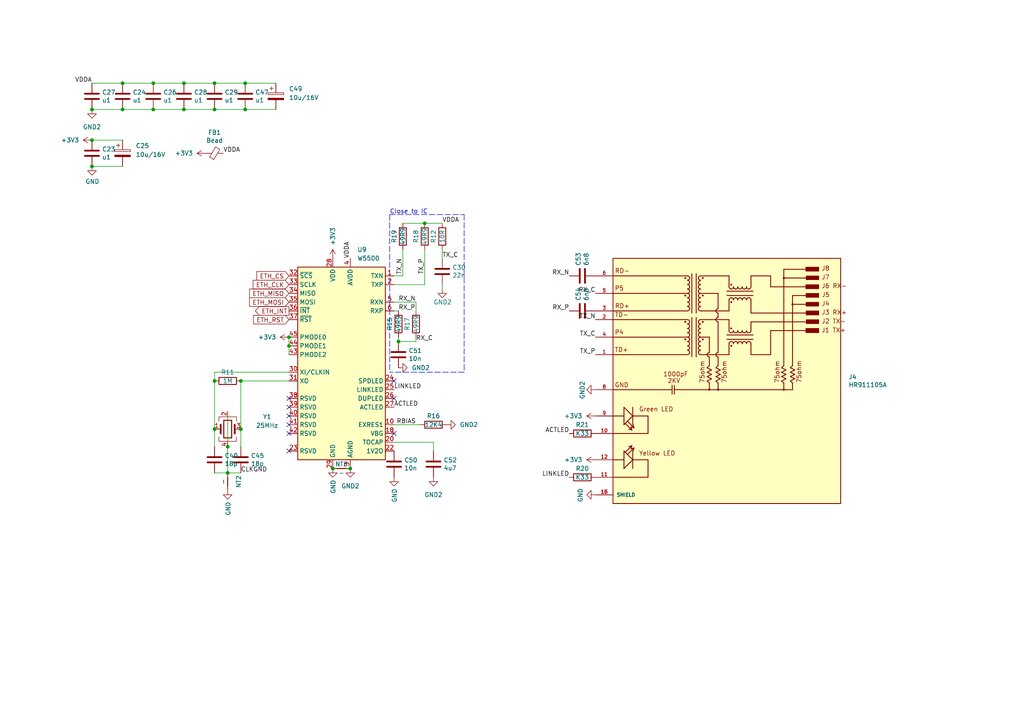
<source format=kicad_sch>
(kicad_sch (version 20211123) (generator eeschema)
  (paper "A4")
  (lib_symbols
    (symbol "Device:C" (pin_numbers hide) (pin_names (offset 0.254))
      (property "Reference" "C" (at 0.635 2.54 0))
      (property "Value" "C" (at 0.635 -2.54 0))
      (symbol "C_0_1"
        (polyline (pts (xy -2.032 -0.762) (xy 2.032 -0.762)) (stroke (width 0.508)))
        (polyline (pts (xy -2.032 0.762) (xy 2.032 0.762)) (stroke (width 0.508)))
      )
      (symbol "C_1_1"
        (pin passive line (at 0 3.81 270) (length 2.794) (name "~") (number "1"))
        (pin passive line (at 0 -3.81 90) (length 2.794) (name "~") (number "2"))
      )
    )
    (symbol "Device:C_Polarized" (pin_numbers hide) (pin_names (offset 0.254))
      (property "Reference" "C" (at 0.635 2.54 0))
      (property "Value" "C_Polarized" (at 0.635 -2.54 0))
      (symbol "C_Polarized_0_1"
        (rectangle (start -2.286 0.508) (end 2.286 1.016))
        (polyline (pts (xy -1.778 2.286) (xy -0.762 2.286)))
        (polyline (pts (xy -1.27 2.794) (xy -1.27 1.778)))
        (rectangle (start 2.286 -0.508) (end -2.286 -1.016) (fill (type outline)))
      )
      (symbol "C_Polarized_1_1"
        (pin passive line (at 0 3.81 270) (length 2.794) (name "~") (number "1"))
        (pin passive line (at 0 -3.81 90) (length 2.794) (name "~") (number "2"))
      )
    )
    (symbol "Device:Crystal_GND24" (pin_names (offset 1.016) hide)
      (property "Reference" "Y" (at 3.175 5.08 0))
      (property "Value" "Crystal_GND24" (at 3.175 3.175 0))
      (symbol "Crystal_GND24_0_1"
        (rectangle (start -1.143 2.54) (end 1.143 -2.54) (stroke (width 0.3048)))
        (polyline (pts (xy -2.54 0) (xy -2.032 0)))
        (polyline (pts (xy -2.032 -1.27) (xy -2.032 1.27)) (stroke (width 0.508)))
        (polyline (pts (xy 0 -3.81) (xy 0 -3.556)))
        (polyline (pts (xy 0 3.556) (xy 0 3.81)))
        (polyline (pts (xy 2.032 -1.27) (xy 2.032 1.27)) (stroke (width 0.508)))
        (polyline (pts (xy 2.032 0) (xy 2.54 0)))
        (polyline (pts (xy -2.54 -2.286) (xy -2.54 -3.556) (xy 2.54 -3.556) (xy 2.54 -2.286)))
        (polyline (pts (xy -2.54 2.286) (xy -2.54 3.556) (xy 2.54 3.556) (xy 2.54 2.286)))
      )
      (symbol "Crystal_GND24_1_1"
        (pin passive line (at -3.81 0 0) (length 1.27) (name "1") (number "1"))
        (pin passive line (at 0 5.08 270) (length 1.27) (name "2") (number "2"))
        (pin passive line (at 3.81 0 180) (length 1.27) (name "3") (number "3"))
        (pin passive line (at 0 -5.08 90) (length 1.27) (name "4") (number "4"))
      )
    )
    (symbol "Device:Ferrite_Bead_Small" (pin_numbers hide) (pin_names (offset 0))
      (property "Reference" "FB" (at 1.905 1.27 0))
      (property "Value" "Device_Ferrite_Bead_Small" (at 1.905 -1.27 0))
      (symbol "Ferrite_Bead_Small_0_1"
        (polyline (pts (xy 0 -1.27) (xy 0 -0.7874)))
        (polyline (pts (xy 0 0.889) (xy 0 1.2954)))
        (polyline (pts (xy -1.8288 0.2794) (xy -1.1176 1.4986) (xy 1.8288 -0.2032) (xy 1.1176 -1.4224) (xy -1.8288 0.2794)))
      )
      (symbol "Ferrite_Bead_Small_1_1"
        (pin passive line (at 0 2.54 270) (length 1.27) (name "~") (number "1"))
        (pin passive line (at 0 -2.54 90) (length 1.27) (name "~") (number "2"))
      )
    )
    (symbol "Device:NetTie_2" (pin_numbers hide) (pin_names (offset 0) hide)
      (property "Reference" "NT" (at 0 1.27 0))
      (property "Value" "NetTie_2" (at 0 -1.27 0))
      (symbol "NetTie_2_0_1"
        (polyline (pts (xy -1.27 0) (xy 1.27 0)) (stroke (width 0.254)))
      )
      (symbol "NetTie_2_1_1"
        (pin passive line (at -2.54 0 0) (length 2.54) (name "1") (number "1"))
        (pin passive line (at 2.54 0 180) (length 2.54) (name "2") (number "2"))
      )
    )
    (symbol "Device:R" (pin_numbers hide) (pin_names (offset 0))
      (property "Reference" "R" (at 2.032 0 90))
      (property "Value" "R" (at 0 0 90))
      (symbol "R_0_1"
        (rectangle (start -1.016 -2.54) (end 1.016 2.54) (stroke (width 0.254)))
      )
      (symbol "R_1_1"
        (pin passive line (at 0 3.81 270) (length 1.27) (name "~") (number "1"))
        (pin passive line (at 0 -3.81 90) (length 1.27) (name "~") (number "2"))
      )
    )
    (symbol "Interface_Ethernet:W5500"
      (property "Reference" "U" (at -11.43 29.21 0))
      (property "Value" "W5500" (at 8.89 29.21 0))
      (symbol "W5500_0_1"
        (rectangle (start -12.7 27.94) (end 12.7 -27.94) (stroke (width 0.254)) (fill (type background)))
      )
      (symbol "W5500_1_1"
        (pin output line (at 15.24 25.4 180) (length 2.54) (name "TXN") (number "1"))
        (pin passive line (at 15.24 -17.78 180) (length 2.54) (name "EXRES1") (number "10"))
        (pin passive line (at 2.54 30.48 270) (length 2.54) hide (name "AVDD") (number "11"))
        (pin no_connect line (at 12.7 7.62 180) (length 2.54) hide (name "NC") (number "12"))
        (pin no_connect line (at 12.7 5.08 180) (length 2.54) hide (name "NC") (number "13"))
        (pin passive line (at 2.54 -30.48 90) (length 2.54) hide (name "AGND") (number "14"))
        (pin passive line (at 2.54 30.48 270) (length 2.54) hide (name "AVDD") (number "15"))
        (pin passive line (at 2.54 -30.48 90) (length 2.54) hide (name "AGND") (number "16"))
        (pin passive line (at 2.54 30.48 270) (length 2.54) hide (name "AVDD") (number "17"))
        (pin passive line (at 15.24 -20.32 180) (length 2.54) (name "VBG") (number "18"))
        (pin passive line (at 2.54 -30.48 90) (length 2.54) hide (name "AGND") (number "19"))
        (pin output line (at 15.24 22.86 180) (length 2.54) (name "TXP") (number "2"))
        (pin passive line (at 15.24 -22.86 180) (length 2.54) (name "TOCAP") (number "20"))
        (pin passive line (at 2.54 30.48 270) (length 2.54) hide (name "AVDD") (number "21"))
        (pin output line (at 15.24 -25.4 180) (length 2.54) (name "1V2O") (number "22"))
        (pin input line (at -15.24 -25.4 0) (length 2.54) (name "RSVD") (number "23"))
        (pin output line (at 15.24 -5.08 180) (length 2.54) (name "SPDLED") (number "24"))
        (pin output line (at 15.24 -7.62 180) (length 2.54) (name "LINKLED") (number "25"))
        (pin output line (at 15.24 -10.16 180) (length 2.54) (name "DUPLED") (number "26"))
        (pin output line (at 15.24 -12.7 180) (length 2.54) (name "ACTLED") (number "27"))
        (pin power_in line (at -2.54 30.48 270) (length 2.54) (name "VDD") (number "28"))
        (pin power_in line (at -2.54 -30.48 90) (length 2.54) (name "GND") (number "29"))
        (pin power_in line (at 2.54 -30.48 90) (length 2.54) (name "AGND") (number "3"))
        (pin input line (at -15.24 -2.54 0) (length 2.54) (name "XI/CLKIN") (number "30"))
        (pin output line (at -15.24 -5.08 0) (length 2.54) (name "XO") (number "31"))
        (pin input line (at -15.24 25.4 0) (length 2.54) (name "~{SCS}") (number "32"))
        (pin input line (at -15.24 22.86 0) (length 2.54) (name "SCLK") (number "33"))
        (pin output line (at -15.24 20.32 0) (length 2.54) (name "MISO") (number "34"))
        (pin input line (at -15.24 17.78 0) (length 2.54) (name "MOSI") (number "35"))
        (pin input line (at -15.24 15.24 0) (length 2.54) (name "~{INT}") (number "36"))
        (pin input line (at -15.24 12.7 0) (length 2.54) (name "~{RST}") (number "37"))
        (pin input line (at -15.24 -10.16 0) (length 2.54) (name "RSVD") (number "38"))
        (pin input line (at -15.24 -12.7 0) (length 2.54) (name "RSVD") (number "39"))
        (pin power_in line (at 2.54 30.48 270) (length 2.54) (name "AVDD") (number "4"))
        (pin input line (at -15.24 -15.24 0) (length 2.54) (name "RSVD") (number "40"))
        (pin input line (at -15.24 -17.78 0) (length 2.54) (name "RSVD") (number "41"))
        (pin input line (at -15.24 -20.32 0) (length 2.54) (name "RSVD") (number "42"))
        (pin input line (at -15.24 2.54 0) (length 2.54) (name "PMODE2") (number "43"))
        (pin input line (at -15.24 5.08 0) (length 2.54) (name "PMODE1") (number "44"))
        (pin input line (at -15.24 7.62 0) (length 2.54) (name "PMODE0") (number "45"))
        (pin no_connect line (at 12.7 2.54 180) (length 2.54) hide (name "NC") (number "46"))
        (pin no_connect line (at 12.7 0 180) (length 2.54) hide (name "NC") (number "47"))
        (pin passive line (at 2.54 -30.48 90) (length 2.54) hide (name "AGND") (number "48"))
        (pin input line (at 15.24 17.78 180) (length 2.54) (name "RXN") (number "5"))
        (pin input line (at 15.24 15.24 180) (length 2.54) (name "RXP") (number "6"))
        (pin no_connect line (at 12.7 10.16 180) (length 2.54) hide (name "DNC") (number "7"))
        (pin passive line (at 2.54 30.48 270) (length 2.54) hide (name "AVDD") (number "8"))
        (pin passive line (at 2.54 -30.48 90) (length 2.54) hide (name "AGND") (number "9"))
      )
    )
    (symbol "liebler_CONN:HR911105A" (pin_names (offset 1.016))
      (property "Reference" "J" (at -33.1724 36.2458 0))
      (property "Value" "HR911105A" (at -33.1216 -38.227 0))
      (symbol "HR911105A_0_0"
        (rectangle (start -33.02 -35.56) (end 33.02 35.56) (stroke (width 0.254)) (fill (type background)))
        (circle (center -12.065 12.065) (radius 0.1524) (stroke (width 0.254)))
        (circle (center -12.065 17.145) (radius 0.1524) (stroke (width 0.254)))
        (circle (center -12.065 24.765) (radius 0.1524) (stroke (width 0.254)))
        (circle (center -12.065 29.845) (radius 0.1524) (stroke (width 0.254)))
        (arc (start -11.43 7.62) (mid -10.981 7.806) (end -10.795 8.255) (stroke (width 0.254)))
        (arc (start -11.43 8.89) (mid -11.0269 9.1219) (end -10.795 9.525) (stroke (width 0.254)))
        (arc (start -11.43 10.16) (mid -10.981 10.346) (end -10.795 10.795) (stroke (width 0.254)))
        (arc (start -11.43 11.43) (mid -10.981 11.616) (end -10.795 12.065) (stroke (width 0.254)))
        (arc (start -11.43 12.7) (mid -10.981 12.886) (end -10.795 13.335) (stroke (width 0.254)))
        (arc (start -11.43 13.97) (mid -10.981 14.156) (end -10.795 14.605) (stroke (width 0.254)))
        (arc (start -11.43 15.24) (mid -10.981 15.426) (end -10.795 15.875) (stroke (width 0.254)))
        (arc (start -11.43 16.51) (mid -10.981 16.696) (end -10.795 17.145) (stroke (width 0.254)))
        (arc (start -11.43 20.32) (mid -10.981 20.506) (end -10.795 20.955) (stroke (width 0.254)))
        (arc (start -11.43 21.59) (mid -11.0269 21.8219) (end -10.795 22.225) (stroke (width 0.254)))
        (arc (start -11.43 22.86) (mid -10.981 23.046) (end -10.795 23.495) (stroke (width 0.254)))
        (arc (start -11.43 24.13) (mid -10.981 24.316) (end -10.795 24.765) (stroke (width 0.254)))
        (arc (start -11.43 25.4) (mid -10.981 25.586) (end -10.795 26.035) (stroke (width 0.254)))
        (arc (start -11.43 26.67) (mid -10.981 26.856) (end -10.795 27.305) (stroke (width 0.254)))
        (arc (start -11.43 27.94) (mid -10.981 28.126) (end -10.795 28.575) (stroke (width 0.254)))
        (arc (start -11.43 29.21) (mid -10.981 29.396) (end -10.795 29.845) (stroke (width 0.254)))
        (arc (start -10.795 8.255) (mid -10.981 8.704) (end -11.43 8.89) (stroke (width 0.254)))
        (arc (start -10.795 9.525) (mid -10.981 9.974) (end -11.43 10.16) (stroke (width 0.254)))
        (arc (start -10.795 10.795) (mid -10.981 11.244) (end -11.43 11.43) (stroke (width 0.254)))
        (arc (start -10.795 12.065) (mid -10.981 12.514) (end -11.43 12.7) (stroke (width 0.254)))
        (arc (start -10.795 13.335) (mid -10.981 13.784) (end -11.43 13.97) (stroke (width 0.254)))
        (arc (start -10.795 14.605) (mid -10.981 15.054) (end -11.43 15.24) (stroke (width 0.254)))
        (arc (start -10.795 15.875) (mid -10.981 16.324) (end -11.43 16.51) (stroke (width 0.254)))
        (arc (start -10.795 17.145) (mid -10.981 17.594) (end -11.43 17.78) (stroke (width 0.254)))
        (arc (start -10.795 20.955) (mid -10.981 21.404) (end -11.43 21.59) (stroke (width 0.254)))
        (arc (start -10.795 22.225) (mid -10.981 22.674) (end -11.43 22.86) (stroke (width 0.254)))
        (arc (start -10.795 23.495) (mid -10.981 23.944) (end -11.43 24.13) (stroke (width 0.254)))
        (arc (start -10.795 24.765) (mid -10.981 25.214) (end -11.43 25.4) (stroke (width 0.254)))
        (arc (start -10.795 26.035) (mid -10.981 26.484) (end -11.43 26.67) (stroke (width 0.254)))
        (arc (start -10.795 27.305) (mid -10.981 27.754) (end -11.43 27.94) (stroke (width 0.254)))
        (arc (start -10.795 28.575) (mid -10.981 29.024) (end -11.43 29.21) (stroke (width 0.254)))
        (arc (start -10.795 29.845) (mid -10.981 30.294) (end -11.43 30.48) (stroke (width 0.254)))
        (arc (start -8.255 8.255) (mid -8.069 7.806) (end -7.62 7.62) (stroke (width 0.254)))
        (arc (start -8.255 9.525) (mid -8.069 9.076) (end -7.62 8.89) (stroke (width 0.254)))
        (arc (start -8.255 10.795) (mid -8.069 10.346) (end -7.62 10.16) (stroke (width 0.254)))
        (arc (start -8.255 12.065) (mid -8.069 11.616) (end -7.62 11.43) (stroke (width 0.254)))
        (arc (start -8.255 13.335) (mid -8.069 12.886) (end -7.62 12.7) (stroke (width 0.254)))
        (arc (start -8.255 14.605) (mid -8.069 14.156) (end -7.62 13.97) (stroke (width 0.254)))
        (arc (start -8.255 15.875) (mid -8.069 15.426) (end -7.62 15.24) (stroke (width 0.254)))
        (arc (start -8.255 17.145) (mid -8.069 16.696) (end -7.62 16.51) (stroke (width 0.254)))
        (arc (start -8.255 20.955) (mid -8.069 20.506) (end -7.62 20.32) (stroke (width 0.254)))
        (arc (start -8.255 22.225) (mid -8.069 21.776) (end -7.62 21.59) (stroke (width 0.254)))
        (arc (start -8.255 23.495) (mid -8.069 23.046) (end -7.62 22.86) (stroke (width 0.254)))
        (arc (start -8.255 24.765) (mid -8.069 24.316) (end -7.62 24.13) (stroke (width 0.254)))
        (arc (start -8.255 26.035) (mid -8.069 25.586) (end -7.62 25.4) (stroke (width 0.254)))
        (arc (start -8.255 27.305) (mid -8.069 26.856) (end -7.62 26.67) (stroke (width 0.254)))
        (arc (start -8.255 28.575) (mid -8.069 28.126) (end -7.62 27.94) (stroke (width 0.254)))
        (arc (start -8.255 29.845) (mid -8.069 29.396) (end -7.62 29.21) (stroke (width 0.254)))
        (arc (start -7.62 8.89) (mid -8.069 8.704) (end -8.255 8.255) (stroke (width 0.254)))
        (arc (start -7.62 10.16) (mid -8.069 9.974) (end -8.255 9.525) (stroke (width 0.254)))
        (arc (start -7.62 11.43) (mid -8.069 11.244) (end -8.255 10.795) (stroke (width 0.254)))
        (arc (start -7.62 12.7) (mid -8.069 12.514) (end -8.255 12.065) (stroke (width 0.254)))
        (arc (start -7.62 13.97) (mid -8.069 13.784) (end -8.255 13.335) (stroke (width 0.254)))
        (arc (start -7.62 15.24) (mid -8.069 15.054) (end -8.255 14.605) (stroke (width 0.254)))
        (arc (start -7.62 16.51) (mid -8.0231 16.2781) (end -8.255 15.875) (stroke (width 0.254)))
        (arc (start -7.62 17.78) (mid -8.069 17.594) (end -8.255 17.145) (stroke (width 0.254)))
        (arc (start -7.62 21.59) (mid -8.069 21.404) (end -8.255 20.955) (stroke (width 0.254)))
        (arc (start -7.62 22.86) (mid -8.069 22.674) (end -8.255 22.225) (stroke (width 0.254)))
        (arc (start -7.62 24.13) (mid -8.069 23.944) (end -8.255 23.495) (stroke (width 0.254)))
        (arc (start -7.62 25.4) (mid -8.069 25.214) (end -8.255 24.765) (stroke (width 0.254)))
        (arc (start -7.62 26.67) (mid -8.069 26.484) (end -8.255 26.035) (stroke (width 0.254)))
        (arc (start -7.62 27.94) (mid -8.069 27.754) (end -8.255 27.305) (stroke (width 0.254)))
        (arc (start -7.62 29.21) (mid -8.0231 28.9781) (end -8.255 28.575) (stroke (width 0.254)))
        (arc (start -7.62 30.48) (mid -8.069 30.294) (end -8.255 29.845) (stroke (width 0.254)))
        (circle (center -6.985 12.065) (radius 0.1524) (stroke (width 0.254)))
        (circle (center -6.985 17.145) (radius 0.1524) (stroke (width 0.254)))
        (circle (center -6.985 24.765) (radius 0.1524) (stroke (width 0.254)))
        (circle (center -6.985 29.845) (radius 0.1524) (stroke (width 0.254)))
        (arc (start -5.715 7.62) (mid -5.529 7.171) (end -5.08 6.985) (stroke (width 0.254)))
        (circle (center -5.08 -2.54) (radius 0.1778) (stroke (width 0.254)))
        (arc (start -5.08 8.255) (mid -5.529 8.069) (end -5.715 7.62) (stroke (width 0.254)))
        (arc (start -3.175 7.62) (mid -2.989 7.171) (end -2.54 6.985) (stroke (width 0.254)))
        (arc (start -3.175 17.78) (mid -2.989 17.331) (end -2.54 17.145) (stroke (width 0.254)))
        (arc (start -3.175 20.32) (mid -2.989 19.871) (end -2.54 19.685) (stroke (width 0.254)))
        (circle (center -2.54 -2.54) (radius 0.1778) (stroke (width 0.254)))
        (arc (start -2.54 8.255) (mid -2.989 8.069) (end -3.175 7.62) (stroke (width 0.254)))
        (arc (start -2.54 18.415) (mid -2.989 18.229) (end -3.175 17.78) (stroke (width 0.254)))
        (arc (start -2.54 20.955) (mid -2.989 20.769) (end -3.175 20.32) (stroke (width 0.254)))
        (polyline (pts (xy -33.02 -27.94) (xy -22.86 -27.94)) (stroke (width 0.254)))
        (polyline (pts (xy -33.02 -15.24) (xy -22.86 -15.24)) (stroke (width 0.254)))
        (polyline (pts (xy -33.02 12.7) (xy -11.43 12.7)) (stroke (width 0.254)))
        (polyline (pts (xy -33.02 20.32) (xy -11.43 20.32)) (stroke (width 0.254)))
        (polyline (pts (xy -29.845 -25.4) (xy -27.305 -22.86)) (stroke (width 0.254)))
        (polyline (pts (xy -29.845 -22.86) (xy -33.02 -22.86)) (stroke (width 0.254)))
        (polyline (pts (xy -29.845 -22.86) (xy -29.845 -25.4)) (stroke (width 0.254)))
        (polyline (pts (xy -29.845 -20.32) (xy -29.845 -22.86)) (stroke (width 0.254)))
        (polyline (pts (xy -29.845 -12.7) (xy -29.845 -10.16)) (stroke (width 0.254)))
        (polyline (pts (xy -29.845 -10.16) (xy -33.02 -10.16)) (stroke (width 0.254)))
        (polyline (pts (xy -29.845 -10.16) (xy -29.845 -7.62)) (stroke (width 0.254)))
        (polyline (pts (xy -29.845 -7.62) (xy -27.305 -10.16)) (stroke (width 0.254)))
        (polyline (pts (xy -29.464 -20.701) (xy -29.845 -20.32)) (stroke (width 0.254)))
        (polyline (pts (xy -29.464 -20.701) (xy -27.559 -18.796)) (stroke (width 0.254)))
        (polyline (pts (xy -29.464 -12.319) (xy -29.845 -12.7)) (stroke (width 0.254)))
        (polyline (pts (xy -29.464 -12.319) (xy -27.559 -14.224)) (stroke (width 0.254)))
        (polyline (pts (xy -28.829 -21.336) (xy -29.464 -20.701)) (stroke (width 0.254)))
        (polyline (pts (xy -28.829 -21.336) (xy -26.924 -19.431)) (stroke (width 0.254)))
        (polyline (pts (xy -28.829 -11.684) (xy -29.464 -12.319)) (stroke (width 0.254)))
        (polyline (pts (xy -28.829 -11.684) (xy -26.924 -13.589)) (stroke (width 0.254)))
        (polyline (pts (xy -27.559 -18.796) (xy -28.448 -19.05)) (stroke (width 0.254)))
        (polyline (pts (xy -27.559 -18.796) (xy -27.813 -19.685)) (stroke (width 0.254)))
        (polyline (pts (xy -27.559 -14.224) (xy -28.448 -13.97)) (stroke (width 0.254)))
        (polyline (pts (xy -27.559 -14.224) (xy -27.813 -13.335)) (stroke (width 0.254)))
        (polyline (pts (xy -27.305 -22.86) (xy -28.829 -21.336)) (stroke (width 0.254)))
        (polyline (pts (xy -27.305 -22.86) (xy -27.305 -25.4)) (stroke (width 0.254)))
        (polyline (pts (xy -27.305 -22.86) (xy -22.86 -22.86)) (stroke (width 0.254)))
        (polyline (pts (xy -27.305 -20.32) (xy -27.305 -22.86)) (stroke (width 0.254)))
        (polyline (pts (xy -27.305 -12.7) (xy -27.305 -10.16)) (stroke (width 0.254)))
        (polyline (pts (xy -27.305 -10.16) (xy -28.829 -11.684)) (stroke (width 0.254)))
        (polyline (pts (xy -27.305 -10.16) (xy -27.305 -7.62)) (stroke (width 0.254)))
        (polyline (pts (xy -27.305 -10.16) (xy -22.86 -10.16)) (stroke (width 0.254)))
        (polyline (pts (xy -26.924 -19.431) (xy -27.813 -19.685)) (stroke (width 0.254)))
        (polyline (pts (xy -26.924 -19.431) (xy -27.178 -20.32)) (stroke (width 0.254)))
        (polyline (pts (xy -26.924 -13.589) (xy -27.813 -13.335)) (stroke (width 0.254)))
        (polyline (pts (xy -26.924 -13.589) (xy -27.178 -12.7)) (stroke (width 0.254)))
        (polyline (pts (xy -22.86 -27.94) (xy -22.86 -22.86)) (stroke (width 0.254)))
        (polyline (pts (xy -22.86 -15.24) (xy -22.86 -10.16)) (stroke (width 0.254)))
        (polyline (pts (xy -15.875 -2.54) (xy -33.02 -2.54)) (stroke (width 0.254)))
        (polyline (pts (xy -15.875 -2.54) (xy -15.875 -3.81)) (stroke (width 0.254)))
        (polyline (pts (xy -15.875 -1.27) (xy -15.875 -2.54)) (stroke (width 0.254)))
        (polyline (pts (xy -15.24 -2.54) (xy -15.24 -3.81)) (stroke (width 0.254)))
        (polyline (pts (xy -15.24 -2.54) (xy -15.24 -1.27)) (stroke (width 0.254)))
        (polyline (pts (xy -11.43 7.62) (xy -33.02 7.62)) (stroke (width 0.254)))
        (polyline (pts (xy -11.43 17.78) (xy -33.02 17.78)) (stroke (width 0.254)))
        (polyline (pts (xy -11.43 25.4) (xy -33.02 25.4)) (stroke (width 0.254)))
        (polyline (pts (xy -11.43 30.48) (xy -33.02 30.48)) (stroke (width 0.254)))
        (polyline (pts (xy -10.16 18.415) (xy -10.16 6.985)) (stroke (width 0.254)))
        (polyline (pts (xy -10.16 31.115) (xy -10.16 19.685)) (stroke (width 0.254)))
        (polyline (pts (xy -8.89 18.415) (xy -8.89 6.985)) (stroke (width 0.254)))
        (polyline (pts (xy -8.89 31.115) (xy -8.89 19.685)) (stroke (width 0.254)))
        (polyline (pts (xy -7.62 7.62) (xy -5.715 7.62)) (stroke (width 0.254)))
        (polyline (pts (xy -7.62 20.32) (xy -3.175 20.32)) (stroke (width 0.254)))
        (polyline (pts (xy -7.62 25.4) (xy -2.54 25.4)) (stroke (width 0.254)))
        (polyline (pts (xy -5.715 0) (xy -5.08 -0.635)) (stroke (width 0.254)))
        (polyline (pts (xy -5.715 1.27) (xy -4.445 0.635)) (stroke (width 0.254)))
        (polyline (pts (xy -5.715 2.54) (xy -4.445 1.905)) (stroke (width 0.254)))
        (polyline (pts (xy -5.715 3.81) (xy -4.445 3.175)) (stroke (width 0.254)))
        (polyline (pts (xy -5.715 7.62) (xy -3.175 7.62)) (stroke (width 0.254)))
        (polyline (pts (xy -5.08 -2.54) (xy -15.24 -2.54)) (stroke (width 0.254)))
        (polyline (pts (xy -5.08 -0.635) (xy -5.08 -2.54)) (stroke (width 0.254)))
        (polyline (pts (xy -5.08 4.445) (xy -5.715 3.81)) (stroke (width 0.254)))
        (polyline (pts (xy -5.08 6.985) (xy -5.08 4.445)) (stroke (width 0.254)))
        (polyline (pts (xy -5.08 8.255) (xy -5.08 12.7)) (stroke (width 0.254)))
        (polyline (pts (xy -5.08 12.7) (xy -7.62 12.7)) (stroke (width 0.254)))
        (polyline (pts (xy -4.445 0.635) (xy -5.715 0)) (stroke (width 0.254)))
        (polyline (pts (xy -4.445 1.905) (xy -5.715 1.27)) (stroke (width 0.254)))
        (polyline (pts (xy -4.445 3.175) (xy -5.715 2.54)) (stroke (width 0.254)))
        (polyline (pts (xy -3.175 0) (xy -2.54 -0.635)) (stroke (width 0.254)))
        (polyline (pts (xy -3.175 1.27) (xy -1.905 0.635)) (stroke (width 0.254)))
        (polyline (pts (xy -3.175 2.54) (xy -1.905 1.905)) (stroke (width 0.254)))
        (polyline (pts (xy -3.175 3.81) (xy -1.905 3.175)) (stroke (width 0.254)))
        (polyline (pts (xy -3.175 7.62) (xy 0.635 7.62)) (stroke (width 0.254)))
        (polyline (pts (xy -3.175 17.78) (xy -7.62 17.78)) (stroke (width 0.254)))
        (polyline (pts (xy -3.175 20.32) (xy 0.635 20.32)) (stroke (width 0.254)))
        (polyline (pts (xy -2.54 -0.635) (xy -2.54 -2.54)) (stroke (width 0.254)))
        (polyline (pts (xy -2.54 4.445) (xy -3.175 3.81)) (stroke (width 0.254)))
        (polyline (pts (xy -2.54 6.985) (xy -2.54 4.445)) (stroke (width 0.254)))
        (polyline (pts (xy -2.54 17.145) (xy -2.54 8.255)) (stroke (width 0.254)))
        (polyline (pts (xy -2.54 19.685) (xy -2.54 18.415)) (stroke (width 0.254)))
        (polyline (pts (xy -2.54 25.4) (xy -2.54 20.955)) (stroke (width 0.254)))
        (polyline (pts (xy -1.905 0.635) (xy -3.175 0)) (stroke (width 0.254)))
        (polyline (pts (xy -1.905 1.905) (xy -3.175 1.27)) (stroke (width 0.254)))
        (polyline (pts (xy -1.905 3.175) (xy -3.175 2.54)) (stroke (width 0.254)))
        (polyline (pts (xy 0 12.065) (xy 7.62 12.065)) (stroke (width 0.254)))
        (polyline (pts (xy 0 13.335) (xy 7.62 13.335)) (stroke (width 0.254)))
        (polyline (pts (xy 0 24.765) (xy 7.62 24.765)) (stroke (width 0.254)))
        (polyline (pts (xy 0 26.035) (xy 7.62 26.035)) (stroke (width 0.254)))
        (polyline (pts (xy 0.635 7.62) (xy 0.635 10.795)) (stroke (width 0.254)))
        (polyline (pts (xy 0.635 14.605) (xy 0.635 17.78)) (stroke (width 0.254)))
        (polyline (pts (xy 0.635 17.78) (xy -3.175 17.78)) (stroke (width 0.254)))
        (polyline (pts (xy 0.635 20.32) (xy 0.635 23.495)) (stroke (width 0.254)))
        (polyline (pts (xy 0.635 27.305) (xy 0.635 30.48)) (stroke (width 0.254)))
        (polyline (pts (xy 0.635 30.48) (xy -7.62 30.48)) (stroke (width 0.254)))
        (polyline (pts (xy 6.985 10.795) (xy 6.985 7.62)) (stroke (width 0.254)))
        (polyline (pts (xy 6.985 17.145) (xy 6.985 14.605)) (stroke (width 0.254)))
        (polyline (pts (xy 6.985 23.495) (xy 6.985 19.685)) (stroke (width 0.254)))
        (polyline (pts (xy 6.985 30.48) (xy 6.985 27.305)) (stroke (width 0.254)))
        (polyline (pts (xy 12.7 7.62) (xy 6.985 7.62)) (stroke (width 0.254)))
        (polyline (pts (xy 12.7 14.605) (xy 12.7 7.62)) (stroke (width 0.254)))
        (polyline (pts (xy 12.7 27.305) (xy 12.7 30.48)) (stroke (width 0.254)))
        (polyline (pts (xy 12.7 30.48) (xy 6.985 30.48)) (stroke (width 0.254)))
        (polyline (pts (xy 15.875 0) (xy 16.51 -0.635)) (stroke (width 0.254)))
        (polyline (pts (xy 15.875 1.27) (xy 17.145 0.635)) (stroke (width 0.254)))
        (polyline (pts (xy 15.875 2.54) (xy 17.145 1.905)) (stroke (width 0.254)))
        (polyline (pts (xy 15.875 3.81) (xy 17.145 3.175)) (stroke (width 0.254)))
        (polyline (pts (xy 16.51 -0.635) (xy 16.51 -2.54)) (stroke (width 0.254)))
        (polyline (pts (xy 16.51 4.445) (xy 15.875 3.81)) (stroke (width 0.254)))
        (polyline (pts (xy 16.51 29.845) (xy 16.51 4.445)) (stroke (width 0.254)))
        (polyline (pts (xy 16.51 29.845) (xy 23.495 29.845)) (stroke (width 0.254)))
        (polyline (pts (xy 16.51 32.385) (xy 16.51 29.845)) (stroke (width 0.254)))
        (polyline (pts (xy 17.145 0.635) (xy 15.875 0)) (stroke (width 0.254)))
        (polyline (pts (xy 17.145 1.905) (xy 15.875 1.27)) (stroke (width 0.254)))
        (polyline (pts (xy 17.145 3.175) (xy 15.875 2.54)) (stroke (width 0.254)))
        (polyline (pts (xy 18.415 0) (xy 19.05 -0.635)) (stroke (width 0.254)))
        (polyline (pts (xy 18.415 1.27) (xy 19.685 0.635)) (stroke (width 0.254)))
        (polyline (pts (xy 18.415 2.54) (xy 19.685 1.905)) (stroke (width 0.254)))
        (polyline (pts (xy 18.415 3.81) (xy 19.685 3.175)) (stroke (width 0.254)))
        (polyline (pts (xy 19.05 -2.54) (xy -5.08 -2.54)) (stroke (width 0.254)))
        (polyline (pts (xy 19.05 -0.635) (xy 19.05 -2.54)) (stroke (width 0.254)))
        (polyline (pts (xy 19.05 4.445) (xy 18.415 3.81)) (stroke (width 0.254)))
        (polyline (pts (xy 19.05 22.225) (xy 19.05 4.445)) (stroke (width 0.254)))
        (polyline (pts (xy 19.05 22.225) (xy 23.495 22.225)) (stroke (width 0.254)))
        (polyline (pts (xy 19.05 24.765) (xy 19.05 22.225)) (stroke (width 0.254)))
        (polyline (pts (xy 19.685 0.635) (xy 18.415 0)) (stroke (width 0.254)))
        (polyline (pts (xy 19.685 1.905) (xy 18.415 1.27)) (stroke (width 0.254)))
        (polyline (pts (xy 19.685 3.175) (xy 18.415 2.54)) (stroke (width 0.254)))
        (polyline (pts (xy 23.495 14.605) (xy 12.7 14.605)) (stroke (width 0.254)))
        (polyline (pts (xy 23.495 17.145) (xy 6.985 17.145)) (stroke (width 0.254)))
        (polyline (pts (xy 23.495 19.685) (xy 6.985 19.685)) (stroke (width 0.254)))
        (polyline (pts (xy 23.495 24.765) (xy 19.05 24.765)) (stroke (width 0.254)))
        (polyline (pts (xy 23.495 27.305) (xy 12.7 27.305)) (stroke (width 0.254)))
        (polyline (pts (xy 23.495 32.385) (xy 16.51 32.385)) (stroke (width 0.254)))
        (arc (start 0.635 14.605) (mid 0.821 14.156) (end 1.27 13.97) (stroke (width 0.254)))
        (arc (start 0.635 27.305) (mid 0.821 26.856) (end 1.27 26.67) (stroke (width 0.254)))
        (circle (center 1.27 10.16) (radius 0.1524) (stroke (width 0.254)))
        (arc (start 1.27 11.43) (mid 0.821 11.244) (end 0.635 10.795) (stroke (width 0.254)))
        (arc (start 1.27 13.97) (mid 1.719 14.156) (end 1.905 14.605) (stroke (width 0.254)))
        (circle (center 1.27 15.24) (radius 0.1524) (stroke (width 0.254)))
        (circle (center 1.27 22.86) (radius 0.1524) (stroke (width 0.254)))
        (arc (start 1.27 24.13) (mid 0.821 23.944) (end 0.635 23.495) (stroke (width 0.254)))
        (arc (start 1.27 26.67) (mid 1.719 26.856) (end 1.905 27.305) (stroke (width 0.254)))
        (circle (center 1.27 27.94) (radius 0.1524) (stroke (width 0.254)))
        (arc (start 1.905 10.795) (mid 1.719 11.244) (end 1.27 11.43) (stroke (width 0.254)))
        (arc (start 1.905 14.605) (mid 2.091 14.156) (end 2.54 13.97) (stroke (width 0.254)))
        (arc (start 1.905 23.495) (mid 1.719 23.944) (end 1.27 24.13) (stroke (width 0.254)))
        (arc (start 1.905 27.305) (mid 2.091 26.856) (end 2.54 26.67) (stroke (width 0.254)))
        (arc (start 2.54 11.43) (mid 2.091 11.244) (end 1.905 10.795) (stroke (width 0.254)))
        (arc (start 2.54 13.97) (mid 2.989 14.156) (end 3.175 14.605) (stroke (width 0.254)))
        (arc (start 2.54 24.13) (mid 2.091 23.944) (end 1.905 23.495) (stroke (width 0.254)))
        (arc (start 2.54 26.67) (mid 2.989 26.856) (end 3.175 27.305) (stroke (width 0.254)))
        (arc (start 3.175 10.795) (mid 2.989 11.244) (end 2.54 11.43) (stroke (width 0.254)))
        (arc (start 3.175 14.605) (mid 3.361 14.156) (end 3.81 13.97) (stroke (width 0.254)))
        (arc (start 3.175 23.495) (mid 2.989 23.944) (end 2.54 24.13) (stroke (width 0.254)))
        (arc (start 3.175 27.305) (mid 3.361 26.856) (end 3.81 26.67) (stroke (width 0.254)))
        (arc (start 3.81 11.43) (mid 3.361 11.244) (end 3.175 10.795) (stroke (width 0.254)))
        (arc (start 3.81 13.97) (mid 4.259 14.156) (end 4.445 14.605) (stroke (width 0.254)))
        (arc (start 3.81 24.13) (mid 3.361 23.944) (end 3.175 23.495) (stroke (width 0.254)))
        (arc (start 3.81 26.67) (mid 4.259 26.856) (end 4.445 27.305) (stroke (width 0.254)))
        (arc (start 4.445 10.795) (mid 4.259 11.244) (end 3.81 11.43) (stroke (width 0.254)))
        (arc (start 4.445 14.605) (mid 4.631 14.156) (end 5.08 13.97) (stroke (width 0.254)))
        (arc (start 4.445 23.495) (mid 4.259 23.944) (end 3.81 24.13) (stroke (width 0.254)))
        (arc (start 4.445 27.305) (mid 4.631 26.856) (end 5.08 26.67) (stroke (width 0.254)))
        (arc (start 5.08 11.43) (mid 4.631 11.244) (end 4.445 10.795) (stroke (width 0.254)))
        (arc (start 5.08 13.97) (mid 5.529 14.156) (end 5.715 14.605) (stroke (width 0.254)))
        (arc (start 5.08 24.13) (mid 4.631 23.944) (end 4.445 23.495) (stroke (width 0.254)))
        (arc (start 5.08 26.67) (mid 5.529 26.856) (end 5.715 27.305) (stroke (width 0.254)))
        (arc (start 5.715 10.795) (mid 5.529 11.244) (end 5.08 11.43) (stroke (width 0.254)))
        (arc (start 5.715 14.605) (mid 5.901 14.156) (end 6.35 13.97) (stroke (width 0.254)))
        (arc (start 5.715 23.495) (mid 5.529 23.944) (end 5.08 24.13) (stroke (width 0.254)))
        (arc (start 5.715 27.305) (mid 5.901 26.856) (end 6.35 26.67) (stroke (width 0.254)))
        (arc (start 6.35 11.43) (mid 5.901 11.244) (end 5.715 10.795) (stroke (width 0.254)))
        (arc (start 6.35 13.97) (mid 6.799 14.156) (end 6.985 14.605) (stroke (width 0.254)))
        (arc (start 6.35 24.13) (mid 5.901 23.944) (end 5.715 23.495) (stroke (width 0.254)))
        (arc (start 6.35 26.67) (mid 6.799 26.856) (end 6.985 27.305) (stroke (width 0.254)))
        (arc (start 6.985 10.795) (mid 6.799 11.244) (end 6.35 11.43) (stroke (width 0.254)))
        (arc (start 6.985 23.495) (mid 6.799 23.944) (end 6.35 24.13) (stroke (width 0.254)))
        (circle (center 16.51 -2.54) (radius 0.1778) (stroke (width 0.254)))
        (circle (center 16.51 29.845) (radius 0.1778) (stroke (width 0.254)))
        (circle (center 19.05 22.225) (radius 0.1778) (stroke (width 0.254)))
        (rectangle (start 22.8854 26.7208) (end 26.67 27.94) (fill (type outline)))
        (rectangle (start 22.9108 13.9954) (end 26.67 15.24) (fill (type outline)))
        (rectangle (start 22.9108 31.8262) (end 26.67 33.02) (fill (type outline)))
        (rectangle (start 22.9616 19.1262) (end 26.67 20.32) (fill (type outline)))
        (rectangle (start 22.9616 21.6916) (end 26.6446 22.8346) (fill (type outline)))
        (rectangle (start 22.9616 24.2316) (end 26.67 25.4) (fill (type outline)))
        (rectangle (start 22.987 29.3624) (end 26.67 30.4546) (fill (type outline)))
        (rectangle (start 23.0124 16.6116) (end 26.67 17.78) (fill (type outline)))
        (text "1000pF" (at -18.4912 1.2446 0) (effects (font (size 1.27 1.27)) (justify left bottom)))
        (text "2KV" (at -17.2212 -0.6604 0) (effects (font (size 1.27 1.27)) (justify left bottom)))
        (text "75ohm" (at -6.4008 -0.6604 900) (effects (font (size 1.27 1.27)) (justify left bottom)))
        (text "75ohm" (at 0 -0.6604 900) (effects (font (size 1.27 1.27)) (justify left bottom)))
        (text "75ohm" (at 15.3416 -0.6604 900) (effects (font (size 1.27 1.27)) (justify left bottom)))
        (text "75ohm" (at 21.6916 -0.6604 900) (effects (font (size 1.27 1.27)) (justify left bottom)))
        (text "GND" (at -32.5374 -1.905 0) (effects (font (size 1.27 1.27)) (justify left bottom)))
        (text "Green LED" (at -25.5016 -8.9154 0) (effects (font (size 1.27 1.27)) (justify left bottom)))
        (text "J1 TX+" (at 27.432 13.9954 0) (effects (font (size 1.27 1.27)) (justify left bottom)))
        (text "J2 TX-" (at 27.4574 16.5862 0) (effects (font (size 1.27 1.27)) (justify left bottom)))
        (text "J3 RX+" (at 27.4574 19.1516 0) (effects (font (size 1.27 1.27)) (justify left bottom)))
        (text "J4" (at 27.4574 21.717 0) (effects (font (size 1.27 1.27)) (justify left bottom)))
        (text "J5" (at 27.4828 24.257 0) (effects (font (size 1.27 1.27)) (justify left bottom)))
        (text "J6 RX-" (at 27.4574 26.8224 0) (effects (font (size 1.27 1.27)) (justify left bottom)))
        (text "J7" (at 27.4574 29.3624 0) (effects (font (size 1.27 1.27)) (justify left bottom)))
        (text "J8" (at 27.4574 31.9278 0) (effects (font (size 1.27 1.27)) (justify left bottom)))
        (text "P4" (at -32.5374 13.4112 0) (effects (font (size 1.27 1.27)) (justify left bottom)))
        (text "P5" (at -32.5374 26.162 0) (effects (font (size 1.27 1.27)) (justify left bottom)))
        (text "RD+" (at -32.4866 21.0312 0) (effects (font (size 1.27 1.27)) (justify left bottom)))
        (text "RD-" (at -32.4866 31.2166 0) (effects (font (size 1.27 1.27)) (justify left bottom)))
        (text "TD+" (at -32.5628 8.3058 0) (effects (font (size 1.27 1.27)) (justify left bottom)))
        (text "TD-" (at -32.512 18.4912 0) (effects (font (size 1.27 1.27)) (justify left bottom)))
        (text "Yellow LED" (at -25.527 -21.717 0) (effects (font (size 1.27 1.27)) (justify left bottom)))
        (pin passive line (at -38.1 7.62 0) (length 5.08) (name "~") (number "1"))
        (pin passive line (at -38.1 -15.24 0) (length 5.08) (name "~") (number "10"))
        (pin passive line (at -38.1 -27.94 0) (length 5.08) (name "~") (number "11"))
        (pin passive line (at -38.1 -22.86 0) (length 5.08) (name "~") (number "12"))
        (pin passive line (at -38.1 -33.02 0) (length 5.08) (name "SHIELD") (number "15"))
        (pin passive line (at -38.1 -33.02 0) (length 5.08) (name "SHIELD") (number "16"))
        (pin passive line (at -38.1 17.78 0) (length 5.08) (name "~") (number "2"))
        (pin passive line (at -38.1 20.32 0) (length 5.08) (name "~") (number "3"))
        (pin passive line (at -38.1 12.7 0) (length 5.08) (name "~") (number "4"))
        (pin passive line (at -38.1 25.4 0) (length 5.08) (name "~") (number "5"))
        (pin passive line (at -38.1 30.48 0) (length 5.08) (name "~") (number "6"))
        (pin power_in line (at -38.1 -2.54 0) (length 5.08) (name "~") (number "8"))
        (pin passive line (at -38.1 -10.16 0) (length 5.08) (name "~") (number "9"))
      )
    )
    (symbol "power:+3V3" (power) (pin_names (offset 0))
      (property "Value" "+3V3" (at 0 3.556 0))
      (symbol "+3V3_0_1"
        (polyline (pts (xy -0.762 1.27) (xy 0 2.54)))
        (polyline (pts (xy 0 0) (xy 0 2.54)))
        (polyline (pts (xy 0 2.54) (xy 0.762 1.27)))
      )
      (symbol "+3V3_1_1"
        (pin power_in line (at 0 0 90) (length 0) hide (name "+3V3") (number "1"))
      )
    )
    (symbol "power:GND" (power) (pin_names (offset 0))
      (property "Value" "GND" (at 0 -3.81 0))
      (symbol "GND_0_1"
        (polyline (pts (xy 0 0) (xy 0 -1.27) (xy 1.27 -1.27) (xy 0 -2.54) (xy -1.27 -1.27) (xy 0 -1.27)))
      )
      (symbol "GND_1_1"
        (pin power_in line (at 0 0 270) (length 0) hide (name "GND") (number "1"))
      )
    )
    (symbol "power:GND2" (power) (pin_names (offset 0))
      (property "Value" "GND2" (at 0 -3.81 0))
      (symbol "GND2_0_1"
        (polyline (pts (xy 0 0) (xy 0 -1.27) (xy 1.27 -1.27) (xy 0 -2.54) (xy -1.27 -1.27) (xy 0 -1.27)))
      )
      (symbol "GND2_1_1"
        (pin power_in line (at 0 0 270) (length 0) hide (name "GND2") (number "1"))
      )
    )
  )
  (junction (at 35.56 31.75))
  (junction (at 71.12 31.75))
  (junction (at 83.82 97.79))
  (junction (at 53.34 24.13))
  (junction (at 96.52 135.89))
  (junction (at 26.67 48.26))
  (junction (at 71.12 24.13))
  (junction (at 26.67 40.64))
  (junction (at 53.34 31.75))
  (junction (at 62.23 110.49))
  (junction (at 66.04 129.54))
  (junction (at 115.57 99.06))
  (junction (at 69.85 124.46))
  (junction (at 101.6 135.89))
  (junction (at 26.67 31.75))
  (junction (at 66.04 137.16))
  (junction (at 35.56 24.13))
  (junction (at 62.23 24.13))
  (junction (at 44.45 31.75))
  (junction (at 44.45 24.13))
  (junction (at 62.23 31.75))
  (junction (at 123.19 64.77))
  (junction (at 83.82 100.33))
  (junction (at 62.23 124.46))
  (junction (at 69.85 110.49))
  (no_connect (at 83.82 130.81))
  (no_connect (at 114.3 125.73))
  (no_connect (at 114.3 110.49))
  (no_connect (at 114.3 115.57))
  (no_connect (at 83.82 125.73))
  (no_connect (at 83.82 123.19))
  (no_connect (at 83.82 120.65))
  (no_connect (at 83.82 118.11))
  (no_connect (at 83.82 115.57))
  (wire (pts (xy 62.23 124.46) (xy 62.23 110.49)))
  (wire (pts (xy 123.19 82.55) (xy 123.19 72.39)))
  (wire (pts (xy 69.85 110.49) (xy 69.85 124.46)))
  (polyline (pts (xy 113.03 62.23) (xy 134.62 62.23)))
  (wire (pts (xy 114.3 128.27) (xy 125.73 128.27)))
  (wire (pts (xy 69.85 110.49) (xy 83.82 110.49)))
  (wire (pts (xy 114.3 90.17) (xy 115.57 90.17)))
  (wire (pts (xy 26.67 40.64) (xy 35.56 40.64)))
  (wire (pts (xy 35.56 24.13) (xy 44.45 24.13)))
  (polyline (pts (xy 113.03 62.23) (xy 113.03 107.95)))
  (wire (pts (xy 62.23 124.46) (xy 62.23 129.54)))
  (wire (pts (xy 62.23 137.16) (xy 66.04 137.16)))
  (wire (pts (xy 44.45 31.75) (xy 53.34 31.75)))
  (wire (pts (xy 120.65 87.63) (xy 120.65 90.17)))
  (wire (pts (xy 71.12 24.13) (xy 80.01 24.13)))
  (wire (pts (xy 83.82 97.79) (xy 83.82 100.33)))
  (wire (pts (xy 53.34 24.13) (xy 62.23 24.13)))
  (wire (pts (xy 69.85 124.46) (xy 69.85 129.54)))
  (wire (pts (xy 62.23 31.75) (xy 71.12 31.75)))
  (wire (pts (xy 120.65 97.79) (xy 120.65 99.06)))
  (wire (pts (xy 116.84 80.01) (xy 114.3 80.01)))
  (wire (pts (xy 66.04 137.16) (xy 69.85 137.16)))
  (wire (pts (xy 116.84 72.39) (xy 116.84 80.01)))
  (polyline (pts (xy 134.62 62.23) (xy 134.62 107.95)))
  (wire (pts (xy 62.23 24.13) (xy 71.12 24.13)))
  (wire (pts (xy 114.3 87.63) (xy 120.65 87.63)))
  (wire (pts (xy 83.82 100.33) (xy 83.82 102.87)))
  (wire (pts (xy 114.3 82.55) (xy 123.19 82.55)))
  (wire (pts (xy 35.56 31.75) (xy 44.45 31.75)))
  (wire (pts (xy 66.04 129.54) (xy 66.04 137.16)))
  (wire (pts (xy 125.73 128.27) (xy 125.73 130.81)))
  (wire (pts (xy 128.27 83.82) (xy 128.27 82.55)))
  (wire (pts (xy 116.84 64.77) (xy 123.19 64.77)))
  (wire (pts (xy 26.67 31.75) (xy 35.56 31.75)))
  (wire (pts (xy 44.45 24.13) (xy 53.34 24.13)))
  (wire (pts (xy 62.23 110.49) (xy 62.23 107.95)))
  (wire (pts (xy 53.34 31.75) (xy 62.23 31.75)))
  (wire (pts (xy 62.23 107.95) (xy 83.82 107.95)))
  (wire (pts (xy 114.3 123.19) (xy 121.92 123.19)))
  (wire (pts (xy 26.67 48.26) (xy 35.56 48.26)))
  (wire (pts (xy 66.04 119.38) (xy 66.04 129.54)))
  (wire (pts (xy 123.19 64.77) (xy 128.27 64.77)))
  (wire (pts (xy 26.67 24.13) (xy 35.56 24.13)))
  (wire (pts (xy 115.57 99.06) (xy 120.65 99.06)))
  (wire (pts (xy 71.12 31.75) (xy 80.01 31.75)))
  (polyline (pts (xy 134.62 107.95) (xy 113.03 107.95)))
  (wire (pts (xy 115.57 97.79) (xy 115.57 99.06)))
  (wire (pts (xy 128.27 72.39) (xy 128.27 74.93)))
  (text "Close to IC" (at 113.03 62.23 0) (effects (font (size 1.27 1.27)) (justify left bottom)))
  (label "RX_C" (at 120.65 99.06 0))
  (label "RX_P" (at 165.1 90.17 180))
  (label "RX_P" (at 115.57 90.17 0))
  (label "ACTLED" (at 114.3 118.11 0))
  (label "RX_N" (at 115.57 87.63 0))
  (label "VDDA" (at 26.67 24.13 180))
  (label "VDDA" (at 128.27 64.77 0))
  (label "VDDA" (at 64.77 44.45 0))
  (label "CLKGND" (at 69.85 137.16 0))
  (label "TX_N" (at 172.72 92.71 180))
  (label "LINKLED" (at 114.3 113.03 0))
  (label "RX_N" (at 165.1 80.01 180))
  (label "TX_P" (at 123.19 74.93 270))
  (label "VDDA" (at 101.6 74.93 90))
  (label "TX_C" (at 128.27 74.93 0))
  (label "TX_C" (at 172.72 97.79 180))
  (label "TX_N" (at 116.84 74.93 270))
  (label "TX_P" (at 172.72 102.87 180))
  (label "LINKLED" (at 165.1 138.43 180))
  (label "ACTLED" (at 165.1 125.73 180))
  (label "RBIAS" (at 120.65 123.19 180))
  (label "RX_C" (at 172.72 85.09 180))
  (global_label "ETH_RST" (shape input) (at 83.82 92.71 180) (property "Intersheet References" "${INTERSHEET_REFS}" (effects hide)))
  (global_label "ETH_CLK" (shape input) (at 83.82 82.55 180) (property "Intersheet References" "${INTERSHEET_REFS}" (effects hide)))
  (global_label "ETH_CS" (shape input) (at 83.82 80.01 180) (property "Intersheet References" "${INTERSHEET_REFS}" (effects hide)))
  (global_label "ETH_MISO" (shape input) (at 83.82 85.09 180) (property "Intersheet References" "${INTERSHEET_REFS}" (effects hide)))
  (global_label "ETH_INT" (shape output) (at 83.82 90.17 180) (property "Intersheet References" "${INTERSHEET_REFS}" (effects hide)))
  (global_label "ETH_MOSI" (shape input) (at 83.82 87.63 180) (property "Intersheet References" "${INTERSHEET_REFS}" (effects hide)))
  (symbol (lib_id "Device:C") (at 128.27 78.74 0) (unit 1)
    (property "Reference" "C30" (at 131.191 77.5716 0) (effects (justify left)))
    (property "Value" "22n" (at 131.191 79.883 0) (effects (justify left)))
    (property "Footprint" "Capacitor_SMD:C_0402_1005Metric" (effects hide))
  )
  (symbol (lib_id "power:GND") (at 96.52 135.89 0) (unit 1)
    (property "Reference" "#PWR019" (effects hide))
    (property "Value" "GND" (at 96.647 139.1412 90) (effects (justify right)))
  )
  (symbol (lib_id "power:+3V3") (at 59.69 44.45 90) (unit 1)
    (property "Reference" "#PWR018" (effects hide))
    (property "Value" "+3V3" (at 53.34 44.45 90))
  )
  (symbol (lib_id "Device:R") (at 115.57 93.98 0) (unit 1)
    (property "Reference" "R15" (at 113.03 93.98 90))
    (property "Value" "49R9" (at 115.57 93.98 90))
    (property "Footprint" "Resistor_SMD:R_0603_1608Metric" (effects hide))
  )
  (symbol (lib_id "Device:R") (at 120.65 93.98 0) (unit 1)
    (property "Reference" "R17" (at 118.11 93.98 90))
    (property "Value" "49R9" (at 120.65 93.98 90))
    (property "Footprint" "Resistor_SMD:R_0603_1608Metric" (effects hide))
  )
  (symbol (lib_id "Device:R") (at 123.19 68.58 0) (unit 1)
    (property "Reference" "R18" (at 120.65 68.58 90))
    (property "Value" "49R9" (at 123.19 68.58 90))
    (property "Footprint" "Resistor_SMD:R_0603_1608Metric" (effects hide))
  )
  (symbol (lib_id "Device:R") (at 116.84 68.58 0) (unit 1)
    (property "Reference" "R19" (at 114.3 68.58 90))
    (property "Value" "49R9" (at 116.84 68.58 90))
    (property "Footprint" "Resistor_SMD:R_0603_1608Metric" (effects hide))
  )
  (symbol (lib_id "Device:R") (at 125.73 123.19 270) (unit 1)
    (property "Reference" "R16" (at 125.73 120.65 90))
    (property "Value" "12K4" (at 125.73 123.19 90))
    (property "Footprint" "Resistor_SMD:R_0402_1005Metric" (effects hide))
  )
  (symbol (lib_id "Device:R") (at 168.91 138.43 270) (unit 1)
    (property "Reference" "R20" (at 168.91 135.89 90))
    (property "Value" "K33" (at 168.91 138.43 90))
    (property "Footprint" "Resistor_SMD:R_0805_2012Metric" (effects hide))
  )
  (symbol (lib_id "Device:R") (at 168.91 125.73 90) (unit 1)
    (property "Reference" "R21" (at 168.91 123.19 90))
    (property "Value" "K33" (at 168.91 125.73 90))
    (property "Footprint" "Resistor_SMD:R_0805_2012Metric" (effects hide))
  )
  (symbol (lib_id "Device:Ferrite_Bead_Small") (at 62.23 44.45 270) (unit 1)
    (property "Reference" "FB1" (at 62.23 38.4302 90))
    (property "Value" "Bead" (at 62.23 40.7416 90))
    (property "Footprint" "Inductor_SMD:L_0805_2012Metric" (effects hide))
  )
  (symbol (lib_id "Device:C") (at 26.67 27.94 0) (unit 1)
    (property "Reference" "C27" (at 29.591 26.7716 0) (effects (justify left)))
    (property "Value" "u1" (at 29.591 29.083 0) (effects (justify left)))
    (property "Footprint" "Capacitor_SMD:C_0402_1005Metric" (effects hide))
  )
  (symbol (lib_id "liebler_CONN:HR911105A") (at 210.82 110.49 0) (unit 1)
    (property "Reference" "J4" (at 246.1006 109.3216 0) (effects (justify left)))
    (property "Value" "HR911105A" (at 246.1006 111.633 0) (effects (justify left)))
    (property "Footprint" "liebler_CONN:RJ45_HANRUN_HR911105A" (effects hide))
    (property "MF" "HanRun" (effects hide))
    (property "PACKAGE" "None" (effects hide))
    (property "PRICE" "None" (effects hide))
    (property "AVAILABILITY" "Unavailable" (effects hide))
    (property "STANDARD" "Manufacturer Recommendation" (effects hide))
    (property "MP" "HR911105A" (effects hide))
    (property "PARTREV" "A" (effects hide))
    (property "DESCRIPTION" "DIP RJ45 Connector;" (effects hide))
  )
  (symbol (lib_id "power:GND2") (at 115.57 106.68 90) (unit 1)
    (property "Reference" "#PWR0140" (effects hide))
    (property "Value" "GND2" (at 119.38 106.6799 90) (effects (justify right)))
  )
  (symbol (lib_id "Device:C") (at 62.23 27.94 0) (unit 1)
    (property "Reference" "C29" (at 65.151 26.7716 0) (effects (justify left)))
    (property "Value" "u1" (at 65.151 29.083 0) (effects (justify left)))
    (property "Footprint" "Capacitor_SMD:C_0402_1005Metric" (effects hide))
  )
  (symbol (lib_id "Device:C") (at 26.67 44.45 0) (unit 1)
    (property "Reference" "C23" (at 29.591 43.2816 0) (effects (justify left)))
    (property "Value" "u1" (at 29.591 45.593 0) (effects (justify left)))
    (property "Footprint" "Capacitor_SMD:C_0402_1005Metric" (effects hide))
  )
  (symbol (lib_id "Device:R") (at 66.04 110.49 270) (unit 1)
    (property "Reference" "R11" (at 66.04 107.95 90))
    (property "Value" "1M" (at 66.04 110.49 90))
    (property "Footprint" "Resistor_SMD:R_0402_1005Metric" (effects hide))
  )
  (symbol (lib_id "Device:C") (at 53.34 27.94 0) (unit 1)
    (property "Reference" "C28" (at 56.261 26.7716 0) (effects (justify left)))
    (property "Value" "u1" (at 56.261 29.083 0) (effects (justify left)))
    (property "Footprint" "Capacitor_SMD:C_0402_1005Metric" (effects hide))
  )
  (symbol (lib_id "power:GND") (at 114.3 138.43 0) (unit 1)
    (property "Reference" "#PWR045" (effects hide))
    (property "Value" "GND" (at 114.427 141.6812 90) (effects (justify right)))
  )
  (symbol (lib_id "power:GND2") (at 101.6 135.89 0) (unit 1)
    (property "Reference" "#PWR0142" (effects hide))
    (property "Value" "GND2" (at 101.6 140.97 0))
  )
  (symbol (lib_id "Interface_Ethernet:W5500") (at 99.06 105.41 0) (unit 1)
    (property "Reference" "U9" (at 103.6194 72.39 0) (effects (justify left)))
    (property "Value" "W5500" (at 103.6194 74.93 0) (effects (justify left)))
    (property "Footprint" "Package_QFP:LQFP-48_7x7mm_P0.5mm" (effects hide))
    (property "Datasheet" "http://wizwiki.net/wiki/lib/exe/fetch.php/products:w5500:w5500_ds_v109e.pdf" (effects hide))
  )
  (symbol (lib_id "Device:C") (at 125.73 134.62 0) (unit 1)
    (property "Reference" "C52" (at 128.651 133.4516 0) (effects (justify left)))
    (property "Value" "4u7" (at 128.651 135.763 0) (effects (justify left)))
    (property "Footprint" "Capacitor_SMD:C_0402_1005Metric" (effects hide))
  )
  (symbol (lib_id "power:GND2") (at 172.72 113.03 270) (unit 1)
    (property "Reference" "#PWR0154" (effects hide))
    (property "Value" "GND2" (at 168.91 110.49 0) (effects (justify left)))
  )
  (symbol (lib_id "power:+3V3") (at 172.72 120.65 90) (unit 1)
    (property "Reference" "#PWR051" (effects hide))
    (property "Value" "+3V3" (at 168.91 120.6499 90) (effects (justify left)))
  )
  (symbol (lib_id "power:GND2") (at 125.73 138.43 0) (unit 1)
    (property "Reference" "#PWR0152" (effects hide))
    (property "Value" "GND2" (at 125.73 143.51 0))
  )
  (symbol (lib_id "Device:R") (at 128.27 68.58 0) (unit 1)
    (property "Reference" "R12" (at 125.73 68.58 90))
    (property "Value" "10R" (at 128.27 68.58 90))
    (property "Footprint" "Resistor_SMD:R_0402_1005Metric" (effects hide))
  )
  (symbol (lib_id "Device:C") (at 69.85 133.35 0) (unit 1)
    (property "Reference" "C45" (at 72.771 132.1816 0) (effects (justify left)))
    (property "Value" "18p" (at 72.771 134.493 0) (effects (justify left)))
    (property "Footprint" "Capacitor_SMD:C_0402_1005Metric" (effects hide))
  )
  (symbol (lib_id "power:+3V3") (at 96.52 74.93 0) (unit 1)
    (property "Reference" "#PWR043" (effects hide))
    (property "Value" "+3V3" (at 96.52 68.58 90))
  )
  (symbol (lib_id "Device:C") (at 44.45 27.94 0) (unit 1)
    (property "Reference" "C26" (at 47.371 26.7716 0) (effects (justify left)))
    (property "Value" "u1" (at 47.371 29.083 0) (effects (justify left)))
    (property "Footprint" "Capacitor_SMD:C_0402_1005Metric" (effects hide))
  )
  (symbol (lib_id "power:+3V3") (at 26.67 40.64 90) (unit 1)
    (property "Reference" "#PWR029" (effects hide))
    (property "Value" "+3V3" (at 20.32 40.64 90))
  )
  (symbol (lib_id "Device:Crystal_GND24") (at 66.04 124.46 0) (unit 1)
    (property "Reference" "Y1" (at 77.47 120.8786 0))
    (property "Value" "25MHz" (at 77.47 123.4186 0))
    (property "Footprint" "Crystal:Crystal_SMD_3225-4Pin_3.2x2.5mm" (effects hide))
  )
  (symbol (lib_id "power:GND") (at 172.72 143.51 270) (unit 1)
    (property "Reference" "#PWR0122" (effects hide))
    (property "Value" "GND" (at 168.3258 143.637 0))
  )
  (symbol (lib_id "power:+3V3") (at 83.82 97.79 90) (unit 1)
    (property "Reference" "#PWR042" (effects hide))
    (property "Value" "+3V3" (at 77.47 97.79 90))
  )
  (symbol (lib_id "power:GND2") (at 129.54 123.19 90) (unit 1)
    (property "Reference" "#PWR0153" (effects hide))
    (property "Value" "GND2" (at 133.35 123.1899 90) (effects (justify right)))
  )
  (symbol (lib_id "Device:NetTie_2") (at 99.06 135.89 180) (unit 1)
    (property "Reference" "NT3" (at 99.06 134.62 0))
    (property "Value" "-" (at 99.06 137.16 0))
    (property "Footprint" "NetTie:NetTie-2_SMD_Pad0.5mm" (effects hide))
  )
  (symbol (lib_id "power:GND") (at 26.67 48.26 0) (unit 1)
    (property "Reference" "#PWR034" (effects hide))
    (property "Value" "GND" (at 26.797 52.6542 0))
  )
  (symbol (lib_id "Device:C") (at 71.12 27.94 0) (unit 1)
    (property "Reference" "C47" (at 74.041 26.7716 0) (effects (justify left)))
    (property "Value" "u1" (at 74.041 29.083 0) (effects (justify left)))
    (property "Footprint" "Capacitor_SMD:C_0402_1005Metric" (effects hide))
  )
  (symbol (lib_id "Device:C") (at 115.57 102.87 0) (unit 1)
    (property "Reference" "C51" (at 118.491 101.7016 0) (effects (justify left)))
    (property "Value" "10n" (at 118.491 104.013 0) (effects (justify left)))
    (property "Footprint" "Capacitor_SMD:C_0402_1005Metric" (effects hide))
  )
  (symbol (lib_id "Device:C") (at 35.56 27.94 0) (unit 1)
    (property "Reference" "C24" (at 38.481 26.7716 0) (effects (justify left)))
    (property "Value" "u1" (at 38.481 29.083 0) (effects (justify left)))
    (property "Footprint" "Capacitor_SMD:C_0402_1005Metric" (effects hide))
  )
  (symbol (lib_id "power:+3V3") (at 172.72 133.35 90) (unit 1)
    (property "Reference" "#PWR052" (effects hide))
    (property "Value" "+3V3" (at 168.91 133.3499 90) (effects (justify left)))
  )
  (symbol (lib_id "power:GND2") (at 26.67 31.75 0) (unit 1)
    (property "Reference" "#PWR0111" (effects hide))
    (property "Value" "GND2" (at 26.67 36.83 0))
  )
  (symbol (lib_id "Device:NetTie_2") (at 66.04 139.7 90) (unit 1)
    (property "Reference" "NT2" (at 69.215 139.7 0))
    (property "Value" "-" (at 64.77 139.7 0))
    (property "Footprint" "NetTie:NetTie-2_SMD_Pad0.5mm" (effects hide))
  )
  (symbol (lib_id "power:GND2") (at 128.27 83.82 0) (unit 1)
    (property "Reference" "#PWR0141" (effects hide))
    (property "Value" "GND2" (at 125.73 87.63 0) (effects (justify left)))
  )
  (symbol (lib_id "Device:C") (at 62.23 133.35 0) (unit 1)
    (property "Reference" "C40" (at 65.151 132.1816 0) (effects (justify left)))
    (property "Value" "18p" (at 65.151 134.493 0) (effects (justify left)))
    (property "Footprint" "Capacitor_SMD:C_0402_1005Metric" (effects hide))
  )
  (symbol (lib_id "power:GND") (at 66.04 142.24 0) (unit 1)
    (property "Reference" "#PWR041" (effects hide))
    (property "Value" "GND" (at 66.167 145.4912 90) (effects (justify right)))
  )
  (symbol (lib_id "Device:C") (at 168.91 80.01 90) (unit 1)
    (property "Reference" "C53" (at 167.7416 77.089 0) (effects (justify left)))
    (property "Value" "6n8" (at 170.053 77.089 0) (effects (justify left)))
    (property "Footprint" "Capacitor_SMD:C_0402_1005Metric" (effects hide))
  )
  (symbol (lib_id "Device:C") (at 114.3 134.62 0) (unit 1)
    (property "Reference" "C50" (at 117.221 133.4516 0) (effects (justify left)))
    (property "Value" "10n" (at 117.221 135.763 0) (effects (justify left)))
    (property "Footprint" "Capacitor_SMD:C_0402_1005Metric" (effects hide))
  )
  (symbol (lib_id "Device:C_Polarized") (at 35.56 44.45 0) (unit 1)
    (property "Reference" "C25" (at 39.37 42.2909 0) (effects (justify left)))
    (property "Value" "10u/16V" (at 39.37 44.8309 0) (effects (justify left)))
    (property "Footprint" "Capacitor_Tantalum_SMD:CP_EIA-3216-18_Kemet-A" (effects hide))
  )
  (symbol (lib_id "Device:C") (at 168.91 90.17 90) (unit 1)
    (property "Reference" "C54" (at 167.7416 87.249 0) (effects (justify left)))
    (property "Value" "6n8" (at 170.053 87.249 0) (effects (justify left)))
    (property "Footprint" "Capacitor_SMD:C_0402_1005Metric" (effects hide))
  )
  (symbol (lib_id "Device:C_Polarized") (at 80.01 27.94 0) (unit 1)
    (property "Reference" "C49" (at 83.82 25.7809 0) (effects (justify left)))
    (property "Value" "10u/16V" (at 83.82 28.3209 0) (effects (justify left)))
    (property "Footprint" "Capacitor_Tantalum_SMD:CP_EIA-3216-18_Kemet-A" (effects hide))
  )
)
</source>
